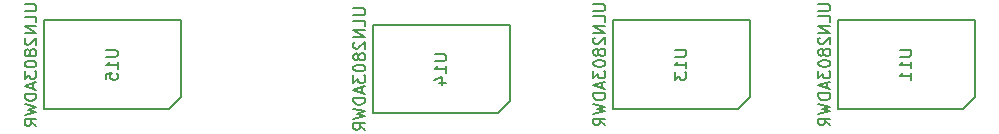
<source format=gbr>
G04 #@! TF.FileFunction,Other,Fab,Bot*
%FSLAX46Y46*%
G04 Gerber Fmt 4.6, Leading zero omitted, Abs format (unit mm)*
G04 Created by KiCad (PCBNEW 4.0.3-stable) date 10/13/17 00:19:33*
%MOMM*%
%LPD*%
G01*
G04 APERTURE LIST*
%ADD10C,0.100000*%
%ADD11C,0.150000*%
G04 APERTURE END LIST*
D10*
D11*
X199964268Y-51612284D02*
X199964268Y-45112284D01*
X199964268Y-45112284D02*
X188364268Y-45112284D01*
X188364268Y-45112284D02*
X188364268Y-52612284D01*
X188364268Y-52612284D02*
X198964268Y-52612284D01*
X198964268Y-52612284D02*
X199964268Y-51612284D01*
X180914268Y-51612284D02*
X180914268Y-45112284D01*
X180914268Y-45112284D02*
X169314268Y-45112284D01*
X169314268Y-45112284D02*
X169314268Y-52612284D01*
X169314268Y-52612284D02*
X179914268Y-52612284D01*
X179914268Y-52612284D02*
X180914268Y-51612284D01*
X160594268Y-51992284D02*
X160594268Y-45492284D01*
X160594268Y-45492284D02*
X148994268Y-45492284D01*
X148994268Y-45492284D02*
X148994268Y-52992284D01*
X148994268Y-52992284D02*
X159594268Y-52992284D01*
X159594268Y-52992284D02*
X160594268Y-51992284D01*
X132764168Y-51645000D02*
X132764168Y-45145000D01*
X132764168Y-45145000D02*
X121164168Y-45145000D01*
X121164168Y-45145000D02*
X121164168Y-52645000D01*
X121164168Y-52645000D02*
X131764168Y-52645000D01*
X131764168Y-52645000D02*
X132764168Y-51645000D01*
X186741649Y-43743236D02*
X187551173Y-43743236D01*
X187646411Y-43790855D01*
X187694030Y-43838474D01*
X187741649Y-43933712D01*
X187741649Y-44124189D01*
X187694030Y-44219427D01*
X187646411Y-44267046D01*
X187551173Y-44314665D01*
X186741649Y-44314665D01*
X187741649Y-45267046D02*
X187741649Y-44790855D01*
X186741649Y-44790855D01*
X187741649Y-45600379D02*
X186741649Y-45600379D01*
X187741649Y-46171808D01*
X186741649Y-46171808D01*
X186836887Y-46600379D02*
X186789268Y-46647998D01*
X186741649Y-46743236D01*
X186741649Y-46981332D01*
X186789268Y-47076570D01*
X186836887Y-47124189D01*
X186932125Y-47171808D01*
X187027363Y-47171808D01*
X187170220Y-47124189D01*
X187741649Y-46552760D01*
X187741649Y-47171808D01*
X187170220Y-47743236D02*
X187122601Y-47647998D01*
X187074982Y-47600379D01*
X186979744Y-47552760D01*
X186932125Y-47552760D01*
X186836887Y-47600379D01*
X186789268Y-47647998D01*
X186741649Y-47743236D01*
X186741649Y-47933713D01*
X186789268Y-48028951D01*
X186836887Y-48076570D01*
X186932125Y-48124189D01*
X186979744Y-48124189D01*
X187074982Y-48076570D01*
X187122601Y-48028951D01*
X187170220Y-47933713D01*
X187170220Y-47743236D01*
X187217839Y-47647998D01*
X187265458Y-47600379D01*
X187360697Y-47552760D01*
X187551173Y-47552760D01*
X187646411Y-47600379D01*
X187694030Y-47647998D01*
X187741649Y-47743236D01*
X187741649Y-47933713D01*
X187694030Y-48028951D01*
X187646411Y-48076570D01*
X187551173Y-48124189D01*
X187360697Y-48124189D01*
X187265458Y-48076570D01*
X187217839Y-48028951D01*
X187170220Y-47933713D01*
X186741649Y-48743236D02*
X186741649Y-48838475D01*
X186789268Y-48933713D01*
X186836887Y-48981332D01*
X186932125Y-49028951D01*
X187122601Y-49076570D01*
X187360697Y-49076570D01*
X187551173Y-49028951D01*
X187646411Y-48981332D01*
X187694030Y-48933713D01*
X187741649Y-48838475D01*
X187741649Y-48743236D01*
X187694030Y-48647998D01*
X187646411Y-48600379D01*
X187551173Y-48552760D01*
X187360697Y-48505141D01*
X187122601Y-48505141D01*
X186932125Y-48552760D01*
X186836887Y-48600379D01*
X186789268Y-48647998D01*
X186741649Y-48743236D01*
X186741649Y-49409903D02*
X186741649Y-50028951D01*
X187122601Y-49695617D01*
X187122601Y-49838475D01*
X187170220Y-49933713D01*
X187217839Y-49981332D01*
X187313078Y-50028951D01*
X187551173Y-50028951D01*
X187646411Y-49981332D01*
X187694030Y-49933713D01*
X187741649Y-49838475D01*
X187741649Y-49552760D01*
X187694030Y-49457522D01*
X187646411Y-49409903D01*
X187455935Y-50409903D02*
X187455935Y-50886094D01*
X187741649Y-50314665D02*
X186741649Y-50647998D01*
X187741649Y-50981332D01*
X187741649Y-51314665D02*
X186741649Y-51314665D01*
X186741649Y-51552760D01*
X186789268Y-51695618D01*
X186884506Y-51790856D01*
X186979744Y-51838475D01*
X187170220Y-51886094D01*
X187313078Y-51886094D01*
X187503554Y-51838475D01*
X187598792Y-51790856D01*
X187694030Y-51695618D01*
X187741649Y-51552760D01*
X187741649Y-51314665D01*
X186741649Y-52219427D02*
X187741649Y-52457522D01*
X187027363Y-52647999D01*
X187741649Y-52838475D01*
X186741649Y-53076570D01*
X187741649Y-54028951D02*
X187265458Y-53695617D01*
X187741649Y-53457522D02*
X186741649Y-53457522D01*
X186741649Y-53838475D01*
X186789268Y-53933713D01*
X186836887Y-53981332D01*
X186932125Y-54028951D01*
X187074982Y-54028951D01*
X187170220Y-53981332D01*
X187217839Y-53933713D01*
X187265458Y-53838475D01*
X187265458Y-53457522D01*
X193616649Y-47624189D02*
X194426173Y-47624189D01*
X194521411Y-47671808D01*
X194569030Y-47719427D01*
X194616649Y-47814665D01*
X194616649Y-48005142D01*
X194569030Y-48100380D01*
X194521411Y-48147999D01*
X194426173Y-48195618D01*
X193616649Y-48195618D01*
X194616649Y-49195618D02*
X194616649Y-48624189D01*
X194616649Y-48909903D02*
X193616649Y-48909903D01*
X193759506Y-48814665D01*
X193854744Y-48719427D01*
X193902363Y-48624189D01*
X194616649Y-50147999D02*
X194616649Y-49576570D01*
X194616649Y-49862284D02*
X193616649Y-49862284D01*
X193759506Y-49767046D01*
X193854744Y-49671808D01*
X193902363Y-49576570D01*
X167691649Y-43743236D02*
X168501173Y-43743236D01*
X168596411Y-43790855D01*
X168644030Y-43838474D01*
X168691649Y-43933712D01*
X168691649Y-44124189D01*
X168644030Y-44219427D01*
X168596411Y-44267046D01*
X168501173Y-44314665D01*
X167691649Y-44314665D01*
X168691649Y-45267046D02*
X168691649Y-44790855D01*
X167691649Y-44790855D01*
X168691649Y-45600379D02*
X167691649Y-45600379D01*
X168691649Y-46171808D01*
X167691649Y-46171808D01*
X167786887Y-46600379D02*
X167739268Y-46647998D01*
X167691649Y-46743236D01*
X167691649Y-46981332D01*
X167739268Y-47076570D01*
X167786887Y-47124189D01*
X167882125Y-47171808D01*
X167977363Y-47171808D01*
X168120220Y-47124189D01*
X168691649Y-46552760D01*
X168691649Y-47171808D01*
X168120220Y-47743236D02*
X168072601Y-47647998D01*
X168024982Y-47600379D01*
X167929744Y-47552760D01*
X167882125Y-47552760D01*
X167786887Y-47600379D01*
X167739268Y-47647998D01*
X167691649Y-47743236D01*
X167691649Y-47933713D01*
X167739268Y-48028951D01*
X167786887Y-48076570D01*
X167882125Y-48124189D01*
X167929744Y-48124189D01*
X168024982Y-48076570D01*
X168072601Y-48028951D01*
X168120220Y-47933713D01*
X168120220Y-47743236D01*
X168167839Y-47647998D01*
X168215458Y-47600379D01*
X168310697Y-47552760D01*
X168501173Y-47552760D01*
X168596411Y-47600379D01*
X168644030Y-47647998D01*
X168691649Y-47743236D01*
X168691649Y-47933713D01*
X168644030Y-48028951D01*
X168596411Y-48076570D01*
X168501173Y-48124189D01*
X168310697Y-48124189D01*
X168215458Y-48076570D01*
X168167839Y-48028951D01*
X168120220Y-47933713D01*
X167691649Y-48743236D02*
X167691649Y-48838475D01*
X167739268Y-48933713D01*
X167786887Y-48981332D01*
X167882125Y-49028951D01*
X168072601Y-49076570D01*
X168310697Y-49076570D01*
X168501173Y-49028951D01*
X168596411Y-48981332D01*
X168644030Y-48933713D01*
X168691649Y-48838475D01*
X168691649Y-48743236D01*
X168644030Y-48647998D01*
X168596411Y-48600379D01*
X168501173Y-48552760D01*
X168310697Y-48505141D01*
X168072601Y-48505141D01*
X167882125Y-48552760D01*
X167786887Y-48600379D01*
X167739268Y-48647998D01*
X167691649Y-48743236D01*
X167691649Y-49409903D02*
X167691649Y-50028951D01*
X168072601Y-49695617D01*
X168072601Y-49838475D01*
X168120220Y-49933713D01*
X168167839Y-49981332D01*
X168263078Y-50028951D01*
X168501173Y-50028951D01*
X168596411Y-49981332D01*
X168644030Y-49933713D01*
X168691649Y-49838475D01*
X168691649Y-49552760D01*
X168644030Y-49457522D01*
X168596411Y-49409903D01*
X168405935Y-50409903D02*
X168405935Y-50886094D01*
X168691649Y-50314665D02*
X167691649Y-50647998D01*
X168691649Y-50981332D01*
X168691649Y-51314665D02*
X167691649Y-51314665D01*
X167691649Y-51552760D01*
X167739268Y-51695618D01*
X167834506Y-51790856D01*
X167929744Y-51838475D01*
X168120220Y-51886094D01*
X168263078Y-51886094D01*
X168453554Y-51838475D01*
X168548792Y-51790856D01*
X168644030Y-51695618D01*
X168691649Y-51552760D01*
X168691649Y-51314665D01*
X167691649Y-52219427D02*
X168691649Y-52457522D01*
X167977363Y-52647999D01*
X168691649Y-52838475D01*
X167691649Y-53076570D01*
X168691649Y-54028951D02*
X168215458Y-53695617D01*
X168691649Y-53457522D02*
X167691649Y-53457522D01*
X167691649Y-53838475D01*
X167739268Y-53933713D01*
X167786887Y-53981332D01*
X167882125Y-54028951D01*
X168024982Y-54028951D01*
X168120220Y-53981332D01*
X168167839Y-53933713D01*
X168215458Y-53838475D01*
X168215458Y-53457522D01*
X174566649Y-47624189D02*
X175376173Y-47624189D01*
X175471411Y-47671808D01*
X175519030Y-47719427D01*
X175566649Y-47814665D01*
X175566649Y-48005142D01*
X175519030Y-48100380D01*
X175471411Y-48147999D01*
X175376173Y-48195618D01*
X174566649Y-48195618D01*
X175566649Y-49195618D02*
X175566649Y-48624189D01*
X175566649Y-48909903D02*
X174566649Y-48909903D01*
X174709506Y-48814665D01*
X174804744Y-48719427D01*
X174852363Y-48624189D01*
X174566649Y-49528951D02*
X174566649Y-50147999D01*
X174947601Y-49814665D01*
X174947601Y-49957523D01*
X174995220Y-50052761D01*
X175042839Y-50100380D01*
X175138078Y-50147999D01*
X175376173Y-50147999D01*
X175471411Y-50100380D01*
X175519030Y-50052761D01*
X175566649Y-49957523D01*
X175566649Y-49671808D01*
X175519030Y-49576570D01*
X175471411Y-49528951D01*
X147371649Y-44123236D02*
X148181173Y-44123236D01*
X148276411Y-44170855D01*
X148324030Y-44218474D01*
X148371649Y-44313712D01*
X148371649Y-44504189D01*
X148324030Y-44599427D01*
X148276411Y-44647046D01*
X148181173Y-44694665D01*
X147371649Y-44694665D01*
X148371649Y-45647046D02*
X148371649Y-45170855D01*
X147371649Y-45170855D01*
X148371649Y-45980379D02*
X147371649Y-45980379D01*
X148371649Y-46551808D01*
X147371649Y-46551808D01*
X147466887Y-46980379D02*
X147419268Y-47027998D01*
X147371649Y-47123236D01*
X147371649Y-47361332D01*
X147419268Y-47456570D01*
X147466887Y-47504189D01*
X147562125Y-47551808D01*
X147657363Y-47551808D01*
X147800220Y-47504189D01*
X148371649Y-46932760D01*
X148371649Y-47551808D01*
X147800220Y-48123236D02*
X147752601Y-48027998D01*
X147704982Y-47980379D01*
X147609744Y-47932760D01*
X147562125Y-47932760D01*
X147466887Y-47980379D01*
X147419268Y-48027998D01*
X147371649Y-48123236D01*
X147371649Y-48313713D01*
X147419268Y-48408951D01*
X147466887Y-48456570D01*
X147562125Y-48504189D01*
X147609744Y-48504189D01*
X147704982Y-48456570D01*
X147752601Y-48408951D01*
X147800220Y-48313713D01*
X147800220Y-48123236D01*
X147847839Y-48027998D01*
X147895458Y-47980379D01*
X147990697Y-47932760D01*
X148181173Y-47932760D01*
X148276411Y-47980379D01*
X148324030Y-48027998D01*
X148371649Y-48123236D01*
X148371649Y-48313713D01*
X148324030Y-48408951D01*
X148276411Y-48456570D01*
X148181173Y-48504189D01*
X147990697Y-48504189D01*
X147895458Y-48456570D01*
X147847839Y-48408951D01*
X147800220Y-48313713D01*
X147371649Y-49123236D02*
X147371649Y-49218475D01*
X147419268Y-49313713D01*
X147466887Y-49361332D01*
X147562125Y-49408951D01*
X147752601Y-49456570D01*
X147990697Y-49456570D01*
X148181173Y-49408951D01*
X148276411Y-49361332D01*
X148324030Y-49313713D01*
X148371649Y-49218475D01*
X148371649Y-49123236D01*
X148324030Y-49027998D01*
X148276411Y-48980379D01*
X148181173Y-48932760D01*
X147990697Y-48885141D01*
X147752601Y-48885141D01*
X147562125Y-48932760D01*
X147466887Y-48980379D01*
X147419268Y-49027998D01*
X147371649Y-49123236D01*
X147371649Y-49789903D02*
X147371649Y-50408951D01*
X147752601Y-50075617D01*
X147752601Y-50218475D01*
X147800220Y-50313713D01*
X147847839Y-50361332D01*
X147943078Y-50408951D01*
X148181173Y-50408951D01*
X148276411Y-50361332D01*
X148324030Y-50313713D01*
X148371649Y-50218475D01*
X148371649Y-49932760D01*
X148324030Y-49837522D01*
X148276411Y-49789903D01*
X148085935Y-50789903D02*
X148085935Y-51266094D01*
X148371649Y-50694665D02*
X147371649Y-51027998D01*
X148371649Y-51361332D01*
X148371649Y-51694665D02*
X147371649Y-51694665D01*
X147371649Y-51932760D01*
X147419268Y-52075618D01*
X147514506Y-52170856D01*
X147609744Y-52218475D01*
X147800220Y-52266094D01*
X147943078Y-52266094D01*
X148133554Y-52218475D01*
X148228792Y-52170856D01*
X148324030Y-52075618D01*
X148371649Y-51932760D01*
X148371649Y-51694665D01*
X147371649Y-52599427D02*
X148371649Y-52837522D01*
X147657363Y-53027999D01*
X148371649Y-53218475D01*
X147371649Y-53456570D01*
X148371649Y-54408951D02*
X147895458Y-54075617D01*
X148371649Y-53837522D02*
X147371649Y-53837522D01*
X147371649Y-54218475D01*
X147419268Y-54313713D01*
X147466887Y-54361332D01*
X147562125Y-54408951D01*
X147704982Y-54408951D01*
X147800220Y-54361332D01*
X147847839Y-54313713D01*
X147895458Y-54218475D01*
X147895458Y-53837522D01*
X154246649Y-48004189D02*
X155056173Y-48004189D01*
X155151411Y-48051808D01*
X155199030Y-48099427D01*
X155246649Y-48194665D01*
X155246649Y-48385142D01*
X155199030Y-48480380D01*
X155151411Y-48527999D01*
X155056173Y-48575618D01*
X154246649Y-48575618D01*
X155246649Y-49575618D02*
X155246649Y-49004189D01*
X155246649Y-49289903D02*
X154246649Y-49289903D01*
X154389506Y-49194665D01*
X154484744Y-49099427D01*
X154532363Y-49004189D01*
X154579982Y-50432761D02*
X155246649Y-50432761D01*
X154199030Y-50194665D02*
X154913316Y-49956570D01*
X154913316Y-50575618D01*
X119541549Y-43775952D02*
X120351073Y-43775952D01*
X120446311Y-43823571D01*
X120493930Y-43871190D01*
X120541549Y-43966428D01*
X120541549Y-44156905D01*
X120493930Y-44252143D01*
X120446311Y-44299762D01*
X120351073Y-44347381D01*
X119541549Y-44347381D01*
X120541549Y-45299762D02*
X120541549Y-44823571D01*
X119541549Y-44823571D01*
X120541549Y-45633095D02*
X119541549Y-45633095D01*
X120541549Y-46204524D01*
X119541549Y-46204524D01*
X119636787Y-46633095D02*
X119589168Y-46680714D01*
X119541549Y-46775952D01*
X119541549Y-47014048D01*
X119589168Y-47109286D01*
X119636787Y-47156905D01*
X119732025Y-47204524D01*
X119827263Y-47204524D01*
X119970120Y-47156905D01*
X120541549Y-46585476D01*
X120541549Y-47204524D01*
X119970120Y-47775952D02*
X119922501Y-47680714D01*
X119874882Y-47633095D01*
X119779644Y-47585476D01*
X119732025Y-47585476D01*
X119636787Y-47633095D01*
X119589168Y-47680714D01*
X119541549Y-47775952D01*
X119541549Y-47966429D01*
X119589168Y-48061667D01*
X119636787Y-48109286D01*
X119732025Y-48156905D01*
X119779644Y-48156905D01*
X119874882Y-48109286D01*
X119922501Y-48061667D01*
X119970120Y-47966429D01*
X119970120Y-47775952D01*
X120017739Y-47680714D01*
X120065358Y-47633095D01*
X120160597Y-47585476D01*
X120351073Y-47585476D01*
X120446311Y-47633095D01*
X120493930Y-47680714D01*
X120541549Y-47775952D01*
X120541549Y-47966429D01*
X120493930Y-48061667D01*
X120446311Y-48109286D01*
X120351073Y-48156905D01*
X120160597Y-48156905D01*
X120065358Y-48109286D01*
X120017739Y-48061667D01*
X119970120Y-47966429D01*
X119541549Y-48775952D02*
X119541549Y-48871191D01*
X119589168Y-48966429D01*
X119636787Y-49014048D01*
X119732025Y-49061667D01*
X119922501Y-49109286D01*
X120160597Y-49109286D01*
X120351073Y-49061667D01*
X120446311Y-49014048D01*
X120493930Y-48966429D01*
X120541549Y-48871191D01*
X120541549Y-48775952D01*
X120493930Y-48680714D01*
X120446311Y-48633095D01*
X120351073Y-48585476D01*
X120160597Y-48537857D01*
X119922501Y-48537857D01*
X119732025Y-48585476D01*
X119636787Y-48633095D01*
X119589168Y-48680714D01*
X119541549Y-48775952D01*
X119541549Y-49442619D02*
X119541549Y-50061667D01*
X119922501Y-49728333D01*
X119922501Y-49871191D01*
X119970120Y-49966429D01*
X120017739Y-50014048D01*
X120112978Y-50061667D01*
X120351073Y-50061667D01*
X120446311Y-50014048D01*
X120493930Y-49966429D01*
X120541549Y-49871191D01*
X120541549Y-49585476D01*
X120493930Y-49490238D01*
X120446311Y-49442619D01*
X120255835Y-50442619D02*
X120255835Y-50918810D01*
X120541549Y-50347381D02*
X119541549Y-50680714D01*
X120541549Y-51014048D01*
X120541549Y-51347381D02*
X119541549Y-51347381D01*
X119541549Y-51585476D01*
X119589168Y-51728334D01*
X119684406Y-51823572D01*
X119779644Y-51871191D01*
X119970120Y-51918810D01*
X120112978Y-51918810D01*
X120303454Y-51871191D01*
X120398692Y-51823572D01*
X120493930Y-51728334D01*
X120541549Y-51585476D01*
X120541549Y-51347381D01*
X119541549Y-52252143D02*
X120541549Y-52490238D01*
X119827263Y-52680715D01*
X120541549Y-52871191D01*
X119541549Y-53109286D01*
X120541549Y-54061667D02*
X120065358Y-53728333D01*
X120541549Y-53490238D02*
X119541549Y-53490238D01*
X119541549Y-53871191D01*
X119589168Y-53966429D01*
X119636787Y-54014048D01*
X119732025Y-54061667D01*
X119874882Y-54061667D01*
X119970120Y-54014048D01*
X120017739Y-53966429D01*
X120065358Y-53871191D01*
X120065358Y-53490238D01*
X126416549Y-47656905D02*
X127226073Y-47656905D01*
X127321311Y-47704524D01*
X127368930Y-47752143D01*
X127416549Y-47847381D01*
X127416549Y-48037858D01*
X127368930Y-48133096D01*
X127321311Y-48180715D01*
X127226073Y-48228334D01*
X126416549Y-48228334D01*
X127416549Y-49228334D02*
X127416549Y-48656905D01*
X127416549Y-48942619D02*
X126416549Y-48942619D01*
X126559406Y-48847381D01*
X126654644Y-48752143D01*
X126702263Y-48656905D01*
X126416549Y-50133096D02*
X126416549Y-49656905D01*
X126892739Y-49609286D01*
X126845120Y-49656905D01*
X126797501Y-49752143D01*
X126797501Y-49990239D01*
X126845120Y-50085477D01*
X126892739Y-50133096D01*
X126987978Y-50180715D01*
X127226073Y-50180715D01*
X127321311Y-50133096D01*
X127368930Y-50085477D01*
X127416549Y-49990239D01*
X127416549Y-49752143D01*
X127368930Y-49656905D01*
X127321311Y-49609286D01*
M02*

</source>
